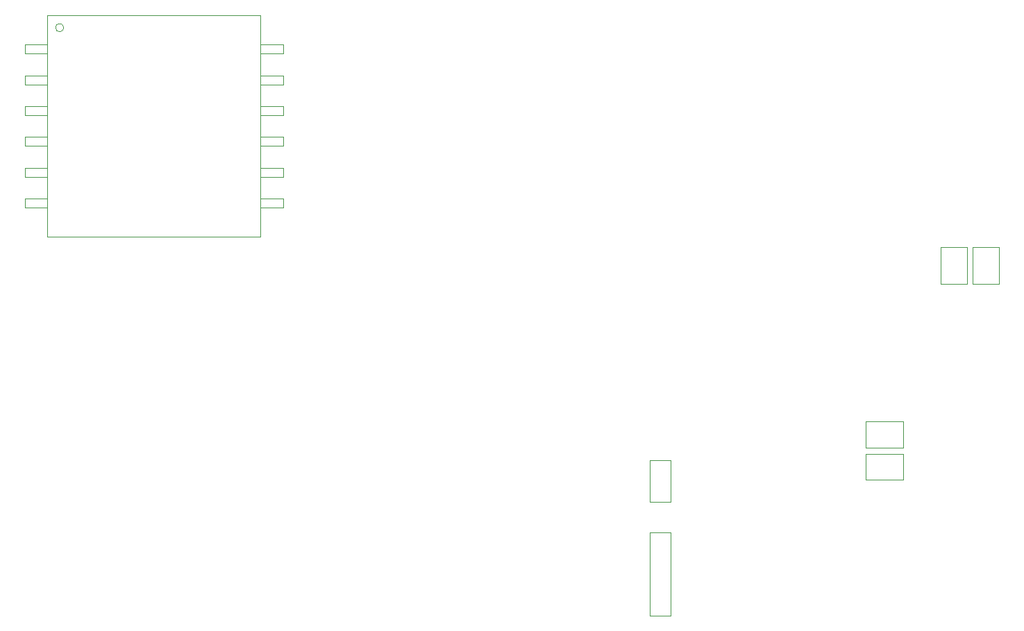
<source format=gbr>
G04*
G04 #@! TF.GenerationSoftware,Altium Limited,Altium Designer,25.5.2 (35)*
G04*
G04 Layer_Color=32768*
%FSLAX25Y25*%
%MOIN*%
G70*
G04*
G04 #@! TF.SameCoordinates,0CD17ABA-5868-42C4-872B-F719D901D850*
G04*
G04*
G04 #@! TF.FilePolarity,Positive*
G04*
G01*
G75*
%ADD12C,0.00394*%
D12*
X247193Y388803D02*
G03*
X247193Y388803I-1969J0D01*
G01*
X239319Y288291D02*
Y394709D01*
Y288291D02*
X341681D01*
Y394709D01*
X239319D02*
X341681D01*
X228492Y351067D02*
X239319D01*
X228492Y346736D02*
Y351067D01*
Y346736D02*
X239319D01*
X228492Y361539D02*
X239319D01*
X228492D02*
Y365870D01*
X239319D01*
X228492Y376343D02*
X239319D01*
X228492D02*
Y380673D01*
X239319D01*
X228492Y331933D02*
X239319D01*
X228492D02*
Y336264D01*
X239319D01*
X228492Y317130D02*
X239319D01*
X228492D02*
Y321461D01*
X239319D01*
X228492Y302327D02*
X239319D01*
X228492D02*
Y306658D01*
X239319D01*
X341681D02*
X352508D01*
Y302327D02*
Y306658D01*
X341681Y302327D02*
X352508D01*
X341681Y321461D02*
X352508D01*
Y317130D02*
Y321461D01*
X341681Y317130D02*
X352508D01*
X341681Y336264D02*
X352508D01*
Y331933D02*
Y336264D01*
X341681Y331933D02*
X352508D01*
X341681Y380673D02*
X352508D01*
Y376343D02*
Y380673D01*
X341681Y376343D02*
X352508D01*
X341681Y365870D02*
X352508D01*
Y361539D02*
Y365870D01*
X341681Y361539D02*
X352508D01*
X341681Y346736D02*
X352508D01*
Y351067D01*
X341681D02*
X352508D01*
X632398Y199707D02*
X650114D01*
Y187109D02*
Y199707D01*
X632398Y187109D02*
X650114D01*
X632398D02*
Y199707D01*
Y171609D02*
Y184207D01*
Y171609D02*
X650114D01*
Y184207D01*
X632398D02*
X650114D01*
X696299Y265642D02*
Y283358D01*
X683701Y265642D02*
X696299D01*
X683701D02*
Y283358D01*
X696299D01*
X680799Y265642D02*
Y283358D01*
X668201Y265642D02*
X680799D01*
X668201D02*
Y283358D01*
X680799D01*
X528500Y106500D02*
Y146500D01*
X538500Y106500D02*
Y146500D01*
X528500Y106500D02*
X538500D01*
X528500Y146500D02*
X538500D01*
Y161000D02*
Y181000D01*
X528500Y161000D02*
X538500D01*
X528500D02*
Y181000D01*
X538500D01*
M02*

</source>
